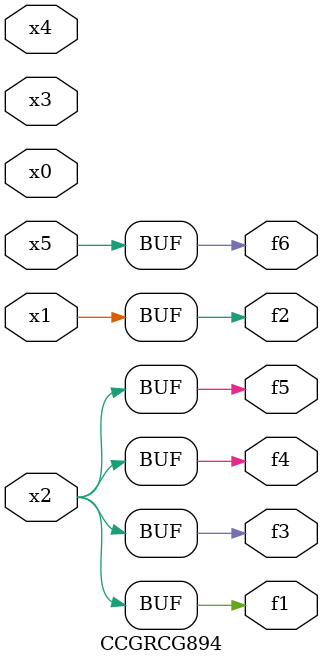
<source format=v>
module CCGRCG894(
	input x0, x1, x2, x3, x4, x5,
	output f1, f2, f3, f4, f5, f6
);
	assign f1 = x2;
	assign f2 = x1;
	assign f3 = x2;
	assign f4 = x2;
	assign f5 = x2;
	assign f6 = x5;
endmodule

</source>
